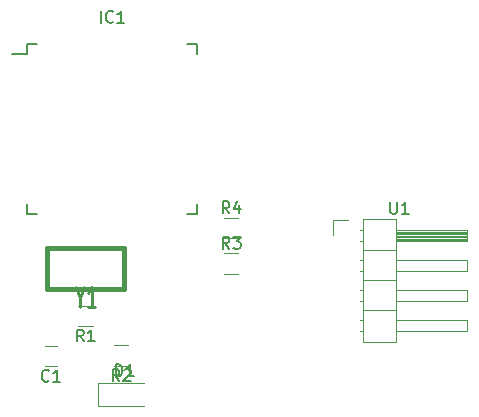
<source format=gbr>
G04 #@! TF.FileFunction,Legend,Top*
%FSLAX46Y46*%
G04 Gerber Fmt 4.6, Leading zero omitted, Abs format (unit mm)*
G04 Created by KiCad (PCBNEW 4.0.5) date 03/18/17 14:23:22*
%MOMM*%
%LPD*%
G01*
G04 APERTURE LIST*
%ADD10C,0.100000*%
%ADD11C,0.150000*%
%ADD12C,0.120000*%
%ADD13C,0.381000*%
%ADD14C,0.271780*%
G04 APERTURE END LIST*
D10*
D11*
X17825000Y-16825000D02*
X17825000Y-17625000D01*
X32175000Y-16825000D02*
X32175000Y-17625000D01*
X32175000Y-31175000D02*
X32175000Y-30375000D01*
X17825000Y-31175000D02*
X17825000Y-30375000D01*
X17825000Y-16825000D02*
X18625000Y-16825000D01*
X17825000Y-31175000D02*
X18625000Y-31175000D01*
X32175000Y-31175000D02*
X31375000Y-31175000D01*
X32175000Y-16825000D02*
X31375000Y-16825000D01*
X17825000Y-17625000D02*
X16550000Y-17625000D01*
D12*
X22146000Y-38945000D02*
X23346000Y-38945000D01*
X23346000Y-40705000D02*
X22146000Y-40705000D01*
D13*
X25997200Y-37575060D02*
X19494800Y-37575060D01*
X19494800Y-37575060D02*
X19494800Y-34074940D01*
X19494800Y-34074940D02*
X25997200Y-34074940D01*
X25997200Y-34074940D02*
X25997200Y-37575060D01*
D12*
X19312000Y-44030000D02*
X20312000Y-44030000D01*
X20312000Y-42330000D02*
X19312000Y-42330000D01*
X23785000Y-45482000D02*
X23785000Y-47482000D01*
X23785000Y-47482000D02*
X27685000Y-47482000D01*
X23785000Y-45482000D02*
X27685000Y-45482000D01*
X25181000Y-42300000D02*
X26381000Y-42300000D01*
X26381000Y-44060000D02*
X25181000Y-44060000D01*
X35695000Y-36260000D02*
X34495000Y-36260000D01*
X34495000Y-34500000D02*
X35695000Y-34500000D01*
X35695000Y-33260000D02*
X34495000Y-33260000D01*
X34495000Y-31500000D02*
X35695000Y-31500000D01*
X46280000Y-31610000D02*
X46280000Y-34270000D01*
X46280000Y-34270000D02*
X49020000Y-34270000D01*
X49020000Y-34270000D02*
X49020000Y-31610000D01*
X49020000Y-31610000D02*
X46280000Y-31610000D01*
X49020000Y-32560000D02*
X49020000Y-33440000D01*
X49020000Y-33440000D02*
X55020000Y-33440000D01*
X55020000Y-33440000D02*
X55020000Y-32560000D01*
X55020000Y-32560000D02*
X49020000Y-32560000D01*
X45970000Y-32560000D02*
X46280000Y-32560000D01*
X45970000Y-33440000D02*
X46280000Y-33440000D01*
X49020000Y-32680000D02*
X55020000Y-32680000D01*
X49020000Y-32800000D02*
X55020000Y-32800000D01*
X49020000Y-32920000D02*
X55020000Y-32920000D01*
X49020000Y-33040000D02*
X55020000Y-33040000D01*
X49020000Y-33160000D02*
X55020000Y-33160000D01*
X49020000Y-33280000D02*
X55020000Y-33280000D01*
X49020000Y-33400000D02*
X55020000Y-33400000D01*
X46280000Y-34270000D02*
X46280000Y-36810000D01*
X46280000Y-36810000D02*
X49020000Y-36810000D01*
X49020000Y-36810000D02*
X49020000Y-34270000D01*
X49020000Y-34270000D02*
X46280000Y-34270000D01*
X49020000Y-35100000D02*
X49020000Y-35980000D01*
X49020000Y-35980000D02*
X55020000Y-35980000D01*
X55020000Y-35980000D02*
X55020000Y-35100000D01*
X55020000Y-35100000D02*
X49020000Y-35100000D01*
X45970000Y-35100000D02*
X46280000Y-35100000D01*
X45970000Y-35980000D02*
X46280000Y-35980000D01*
X46280000Y-36810000D02*
X46280000Y-39350000D01*
X46280000Y-39350000D02*
X49020000Y-39350000D01*
X49020000Y-39350000D02*
X49020000Y-36810000D01*
X49020000Y-36810000D02*
X46280000Y-36810000D01*
X49020000Y-37640000D02*
X49020000Y-38520000D01*
X49020000Y-38520000D02*
X55020000Y-38520000D01*
X55020000Y-38520000D02*
X55020000Y-37640000D01*
X55020000Y-37640000D02*
X49020000Y-37640000D01*
X45970000Y-37640000D02*
X46280000Y-37640000D01*
X45970000Y-38520000D02*
X46280000Y-38520000D01*
X46280000Y-39350000D02*
X46280000Y-42010000D01*
X46280000Y-42010000D02*
X49020000Y-42010000D01*
X49020000Y-42010000D02*
X49020000Y-39350000D01*
X49020000Y-39350000D02*
X46280000Y-39350000D01*
X49020000Y-40180000D02*
X49020000Y-41060000D01*
X49020000Y-41060000D02*
X55020000Y-41060000D01*
X55020000Y-41060000D02*
X55020000Y-40180000D01*
X55020000Y-40180000D02*
X49020000Y-40180000D01*
X45970000Y-40180000D02*
X46280000Y-40180000D01*
X45970000Y-41060000D02*
X46280000Y-41060000D01*
X43730000Y-33000000D02*
X43730000Y-31730000D01*
X43730000Y-31730000D02*
X45000000Y-31730000D01*
D11*
X24023810Y-15002381D02*
X24023810Y-14002381D01*
X25071429Y-14907143D02*
X25023810Y-14954762D01*
X24880953Y-15002381D01*
X24785715Y-15002381D01*
X24642857Y-14954762D01*
X24547619Y-14859524D01*
X24500000Y-14764286D01*
X24452381Y-14573810D01*
X24452381Y-14430952D01*
X24500000Y-14240476D01*
X24547619Y-14145238D01*
X24642857Y-14050000D01*
X24785715Y-14002381D01*
X24880953Y-14002381D01*
X25023810Y-14050000D01*
X25071429Y-14097619D01*
X26023810Y-15002381D02*
X25452381Y-15002381D01*
X25738095Y-15002381D02*
X25738095Y-14002381D01*
X25642857Y-14145238D01*
X25547619Y-14240476D01*
X25452381Y-14288095D01*
X22579334Y-41977381D02*
X22246000Y-41501190D01*
X22007905Y-41977381D02*
X22007905Y-40977381D01*
X22388858Y-40977381D01*
X22484096Y-41025000D01*
X22531715Y-41072619D01*
X22579334Y-41167857D01*
X22579334Y-41310714D01*
X22531715Y-41405952D01*
X22484096Y-41453571D01*
X22388858Y-41501190D01*
X22007905Y-41501190D01*
X23531715Y-41977381D02*
X22960286Y-41977381D01*
X23246000Y-41977381D02*
X23246000Y-40977381D01*
X23150762Y-41120238D01*
X23055524Y-41215476D01*
X22960286Y-41263095D01*
D14*
X22279125Y-38283176D02*
X22279125Y-39106861D01*
X21916751Y-37377121D02*
X22279125Y-38283176D01*
X22641498Y-37377121D01*
X23573315Y-39106861D02*
X22952103Y-39106861D01*
X23262709Y-39106861D02*
X23262709Y-37377121D01*
X23159174Y-37624227D01*
X23055639Y-37788964D01*
X22952103Y-37871333D01*
D11*
X19645334Y-45287143D02*
X19597715Y-45334762D01*
X19454858Y-45382381D01*
X19359620Y-45382381D01*
X19216762Y-45334762D01*
X19121524Y-45239524D01*
X19073905Y-45144286D01*
X19026286Y-44953810D01*
X19026286Y-44810952D01*
X19073905Y-44620476D01*
X19121524Y-44525238D01*
X19216762Y-44430000D01*
X19359620Y-44382381D01*
X19454858Y-44382381D01*
X19597715Y-44430000D01*
X19645334Y-44477619D01*
X20597715Y-45382381D02*
X20026286Y-45382381D01*
X20312000Y-45382381D02*
X20312000Y-44382381D01*
X20216762Y-44525238D01*
X20121524Y-44620476D01*
X20026286Y-44668095D01*
X25296905Y-44934381D02*
X25296905Y-43934381D01*
X25535000Y-43934381D01*
X25677858Y-43982000D01*
X25773096Y-44077238D01*
X25820715Y-44172476D01*
X25868334Y-44362952D01*
X25868334Y-44505810D01*
X25820715Y-44696286D01*
X25773096Y-44791524D01*
X25677858Y-44886762D01*
X25535000Y-44934381D01*
X25296905Y-44934381D01*
X26820715Y-44934381D02*
X26249286Y-44934381D01*
X26535000Y-44934381D02*
X26535000Y-43934381D01*
X26439762Y-44077238D01*
X26344524Y-44172476D01*
X26249286Y-44220095D01*
X25614334Y-45332381D02*
X25281000Y-44856190D01*
X25042905Y-45332381D02*
X25042905Y-44332381D01*
X25423858Y-44332381D01*
X25519096Y-44380000D01*
X25566715Y-44427619D01*
X25614334Y-44522857D01*
X25614334Y-44665714D01*
X25566715Y-44760952D01*
X25519096Y-44808571D01*
X25423858Y-44856190D01*
X25042905Y-44856190D01*
X25995286Y-44427619D02*
X26042905Y-44380000D01*
X26138143Y-44332381D01*
X26376239Y-44332381D01*
X26471477Y-44380000D01*
X26519096Y-44427619D01*
X26566715Y-44522857D01*
X26566715Y-44618095D01*
X26519096Y-44760952D01*
X25947667Y-45332381D01*
X26566715Y-45332381D01*
X34928334Y-34132381D02*
X34595000Y-33656190D01*
X34356905Y-34132381D02*
X34356905Y-33132381D01*
X34737858Y-33132381D01*
X34833096Y-33180000D01*
X34880715Y-33227619D01*
X34928334Y-33322857D01*
X34928334Y-33465714D01*
X34880715Y-33560952D01*
X34833096Y-33608571D01*
X34737858Y-33656190D01*
X34356905Y-33656190D01*
X35261667Y-33132381D02*
X35880715Y-33132381D01*
X35547381Y-33513333D01*
X35690239Y-33513333D01*
X35785477Y-33560952D01*
X35833096Y-33608571D01*
X35880715Y-33703810D01*
X35880715Y-33941905D01*
X35833096Y-34037143D01*
X35785477Y-34084762D01*
X35690239Y-34132381D01*
X35404524Y-34132381D01*
X35309286Y-34084762D01*
X35261667Y-34037143D01*
X34928334Y-31132381D02*
X34595000Y-30656190D01*
X34356905Y-31132381D02*
X34356905Y-30132381D01*
X34737858Y-30132381D01*
X34833096Y-30180000D01*
X34880715Y-30227619D01*
X34928334Y-30322857D01*
X34928334Y-30465714D01*
X34880715Y-30560952D01*
X34833096Y-30608571D01*
X34737858Y-30656190D01*
X34356905Y-30656190D01*
X35785477Y-30465714D02*
X35785477Y-31132381D01*
X35547381Y-30084762D02*
X35309286Y-30799048D01*
X35928334Y-30799048D01*
X48553095Y-30182381D02*
X48553095Y-30991905D01*
X48600714Y-31087143D01*
X48648333Y-31134762D01*
X48743571Y-31182381D01*
X48934048Y-31182381D01*
X49029286Y-31134762D01*
X49076905Y-31087143D01*
X49124524Y-30991905D01*
X49124524Y-30182381D01*
X50124524Y-31182381D02*
X49553095Y-31182381D01*
X49838809Y-31182381D02*
X49838809Y-30182381D01*
X49743571Y-30325238D01*
X49648333Y-30420476D01*
X49553095Y-30468095D01*
M02*

</source>
